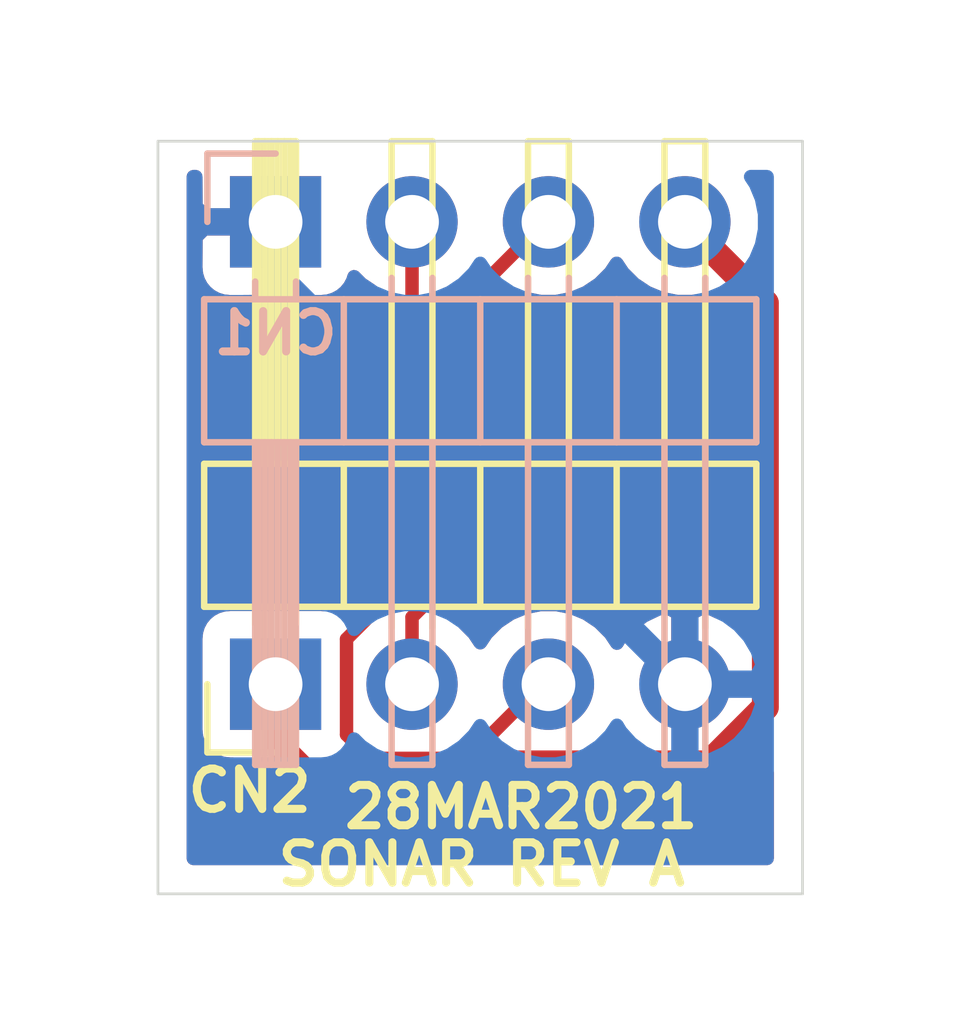
<source format=kicad_pcb>
(kicad_pcb (version 20171130) (host pcbnew 5.1.9-73d0e3b20d~88~ubuntu20.04.1)

  (general
    (thickness 1.6)
    (drawings 6)
    (tracks 24)
    (zones 0)
    (modules 2)
    (nets 5)
  )

  (page A4)
  (layers
    (0 F.Cu signal)
    (31 B.Cu signal)
    (32 B.Adhes user)
    (33 F.Adhes user)
    (34 B.Paste user)
    (35 F.Paste user)
    (36 B.SilkS user)
    (37 F.SilkS user)
    (38 B.Mask user)
    (39 F.Mask user)
    (40 Dwgs.User user)
    (41 Cmts.User user)
    (42 Eco1.User user)
    (43 Eco2.User user)
    (44 Edge.Cuts user)
    (45 Margin user)
    (46 B.CrtYd user)
    (47 F.CrtYd user)
    (48 B.Fab user hide)
    (49 F.Fab user hide)
  )

  (setup
    (last_trace_width 0.5)
    (user_trace_width 0.5)
    (trace_clearance 0.2)
    (zone_clearance 0.508)
    (zone_45_only no)
    (trace_min 0.2)
    (via_size 0.8)
    (via_drill 0.4)
    (via_min_size 0.4)
    (via_min_drill 0.3)
    (uvia_size 0.3)
    (uvia_drill 0.1)
    (uvias_allowed no)
    (uvia_min_size 0.2)
    (uvia_min_drill 0.1)
    (edge_width 0.05)
    (segment_width 0.2)
    (pcb_text_width 0.3)
    (pcb_text_size 1.5 1.5)
    (mod_edge_width 0.12)
    (mod_text_size 1 1)
    (mod_text_width 0.15)
    (pad_size 1.524 1.524)
    (pad_drill 0.762)
    (pad_to_mask_clearance 0)
    (aux_axis_origin 0 0)
    (visible_elements FFFFFF7F)
    (pcbplotparams
      (layerselection 0x010fc_ffffffff)
      (usegerberextensions false)
      (usegerberattributes true)
      (usegerberadvancedattributes true)
      (creategerberjobfile true)
      (excludeedgelayer true)
      (linewidth 0.100000)
      (plotframeref false)
      (viasonmask false)
      (mode 1)
      (useauxorigin false)
      (hpglpennumber 1)
      (hpglpenspeed 20)
      (hpglpendiameter 15.000000)
      (psnegative false)
      (psa4output false)
      (plotreference true)
      (plotvalue true)
      (plotinvisibletext false)
      (padsonsilk false)
      (subtractmaskfromsilk false)
      (outputformat 1)
      (mirror false)
      (drillshape 1)
      (scaleselection 1)
      (outputdirectory ""))
  )

  (net 0 "")
  (net 1 /VCC)
  (net 2 /TRIG)
  (net 3 /ECHO)
  (net 4 /GND)

  (net_class Default "This is the default net class."
    (clearance 0.2)
    (trace_width 0.25)
    (via_dia 0.8)
    (via_drill 0.4)
    (uvia_dia 0.3)
    (uvia_drill 0.1)
    (add_net /ECHO)
    (add_net /GND)
    (add_net /TRIG)
    (add_net /VCC)
  )

  (module Connector_PinHeader_2.54mm:PinHeader_1x04_P2.54mm_Horizontal (layer F.Cu) (tedit 59FED5CB) (tstamp 606147A4)
    (at 96.19 103.1 90)
    (descr "Through hole angled pin header, 1x04, 2.54mm pitch, 6mm pin length, single row")
    (tags "Through hole angled pin header THT 1x04 2.54mm single row")
    (path /604D37B7)
    (fp_text reference CN2 (at -1.9798 -0.4828) (layer F.SilkS)
      (effects (font (size 0.75 0.75) (thickness 0.15)))
    )
    (fp_text value SONAR;F1x4RA (at 4.385 9.89 270) (layer F.Fab)
      (effects (font (size 1 1) (thickness 0.15)))
    )
    (fp_line (start 2.135 -1.27) (end 4.04 -1.27) (layer F.Fab) (width 0.1))
    (fp_line (start 4.04 -1.27) (end 4.04 8.89) (layer F.Fab) (width 0.1))
    (fp_line (start 4.04 8.89) (end 1.5 8.89) (layer F.Fab) (width 0.1))
    (fp_line (start 1.5 8.89) (end 1.5 -0.635) (layer F.Fab) (width 0.1))
    (fp_line (start 1.5 -0.635) (end 2.135 -1.27) (layer F.Fab) (width 0.1))
    (fp_line (start -0.32 -0.32) (end 1.5 -0.32) (layer F.Fab) (width 0.1))
    (fp_line (start -0.32 -0.32) (end -0.32 0.32) (layer F.Fab) (width 0.1))
    (fp_line (start -0.32 0.32) (end 1.5 0.32) (layer F.Fab) (width 0.1))
    (fp_line (start 4.04 -0.32) (end 10.04 -0.32) (layer F.Fab) (width 0.1))
    (fp_line (start 10.04 -0.32) (end 10.04 0.32) (layer F.Fab) (width 0.1))
    (fp_line (start 4.04 0.32) (end 10.04 0.32) (layer F.Fab) (width 0.1))
    (fp_line (start -0.32 2.22) (end 1.5 2.22) (layer F.Fab) (width 0.1))
    (fp_line (start -0.32 2.22) (end -0.32 2.86) (layer F.Fab) (width 0.1))
    (fp_line (start -0.32 2.86) (end 1.5 2.86) (layer F.Fab) (width 0.1))
    (fp_line (start 4.04 2.22) (end 10.04 2.22) (layer F.Fab) (width 0.1))
    (fp_line (start 10.04 2.22) (end 10.04 2.86) (layer F.Fab) (width 0.1))
    (fp_line (start 4.04 2.86) (end 10.04 2.86) (layer F.Fab) (width 0.1))
    (fp_line (start -0.32 4.76) (end 1.5 4.76) (layer F.Fab) (width 0.1))
    (fp_line (start -0.32 4.76) (end -0.32 5.4) (layer F.Fab) (width 0.1))
    (fp_line (start -0.32 5.4) (end 1.5 5.4) (layer F.Fab) (width 0.1))
    (fp_line (start 4.04 4.76) (end 10.04 4.76) (layer F.Fab) (width 0.1))
    (fp_line (start 10.04 4.76) (end 10.04 5.4) (layer F.Fab) (width 0.1))
    (fp_line (start 4.04 5.4) (end 10.04 5.4) (layer F.Fab) (width 0.1))
    (fp_line (start -0.32 7.3) (end 1.5 7.3) (layer F.Fab) (width 0.1))
    (fp_line (start -0.32 7.3) (end -0.32 7.94) (layer F.Fab) (width 0.1))
    (fp_line (start -0.32 7.94) (end 1.5 7.94) (layer F.Fab) (width 0.1))
    (fp_line (start 4.04 7.3) (end 10.04 7.3) (layer F.Fab) (width 0.1))
    (fp_line (start 10.04 7.3) (end 10.04 7.94) (layer F.Fab) (width 0.1))
    (fp_line (start 4.04 7.94) (end 10.04 7.94) (layer F.Fab) (width 0.1))
    (fp_line (start 1.44 -1.33) (end 1.44 8.95) (layer F.SilkS) (width 0.12))
    (fp_line (start 1.44 8.95) (end 4.1 8.95) (layer F.SilkS) (width 0.12))
    (fp_line (start 4.1 8.95) (end 4.1 -1.33) (layer F.SilkS) (width 0.12))
    (fp_line (start 4.1 -1.33) (end 1.44 -1.33) (layer F.SilkS) (width 0.12))
    (fp_line (start 4.1 -0.38) (end 10.1 -0.38) (layer F.SilkS) (width 0.12))
    (fp_line (start 10.1 -0.38) (end 10.1 0.38) (layer F.SilkS) (width 0.12))
    (fp_line (start 10.1 0.38) (end 4.1 0.38) (layer F.SilkS) (width 0.12))
    (fp_line (start 4.1 -0.32) (end 10.1 -0.32) (layer F.SilkS) (width 0.12))
    (fp_line (start 4.1 -0.2) (end 10.1 -0.2) (layer F.SilkS) (width 0.12))
    (fp_line (start 4.1 -0.08) (end 10.1 -0.08) (layer F.SilkS) (width 0.12))
    (fp_line (start 4.1 0.04) (end 10.1 0.04) (layer F.SilkS) (width 0.12))
    (fp_line (start 4.1 0.16) (end 10.1 0.16) (layer F.SilkS) (width 0.12))
    (fp_line (start 4.1 0.28) (end 10.1 0.28) (layer F.SilkS) (width 0.12))
    (fp_line (start 1.11 -0.38) (end 1.44 -0.38) (layer F.SilkS) (width 0.12))
    (fp_line (start 1.11 0.38) (end 1.44 0.38) (layer F.SilkS) (width 0.12))
    (fp_line (start 1.44 1.27) (end 4.1 1.27) (layer F.SilkS) (width 0.12))
    (fp_line (start 4.1 2.16) (end 10.1 2.16) (layer F.SilkS) (width 0.12))
    (fp_line (start 10.1 2.16) (end 10.1 2.92) (layer F.SilkS) (width 0.12))
    (fp_line (start 10.1 2.92) (end 4.1 2.92) (layer F.SilkS) (width 0.12))
    (fp_line (start 1.042929 2.16) (end 1.44 2.16) (layer F.SilkS) (width 0.12))
    (fp_line (start 1.042929 2.92) (end 1.44 2.92) (layer F.SilkS) (width 0.12))
    (fp_line (start 1.44 3.81) (end 4.1 3.81) (layer F.SilkS) (width 0.12))
    (fp_line (start 4.1 4.7) (end 10.1 4.7) (layer F.SilkS) (width 0.12))
    (fp_line (start 10.1 4.7) (end 10.1 5.46) (layer F.SilkS) (width 0.12))
    (fp_line (start 10.1 5.46) (end 4.1 5.46) (layer F.SilkS) (width 0.12))
    (fp_line (start 1.042929 4.7) (end 1.44 4.7) (layer F.SilkS) (width 0.12))
    (fp_line (start 1.042929 5.46) (end 1.44 5.46) (layer F.SilkS) (width 0.12))
    (fp_line (start 1.44 6.35) (end 4.1 6.35) (layer F.SilkS) (width 0.12))
    (fp_line (start 4.1 7.24) (end 10.1 7.24) (layer F.SilkS) (width 0.12))
    (fp_line (start 10.1 7.24) (end 10.1 8) (layer F.SilkS) (width 0.12))
    (fp_line (start 10.1 8) (end 4.1 8) (layer F.SilkS) (width 0.12))
    (fp_line (start 1.042929 7.24) (end 1.44 7.24) (layer F.SilkS) (width 0.12))
    (fp_line (start 1.042929 8) (end 1.44 8) (layer F.SilkS) (width 0.12))
    (fp_line (start -1.27 0) (end -1.27 -1.27) (layer F.SilkS) (width 0.12))
    (fp_line (start -1.27 -1.27) (end 0 -1.27) (layer F.SilkS) (width 0.12))
    (fp_line (start -1.8 -1.8) (end -1.8 9.4) (layer F.CrtYd) (width 0.05))
    (fp_line (start -1.8 9.4) (end 10.55 9.4) (layer F.CrtYd) (width 0.05))
    (fp_line (start 10.55 9.4) (end 10.55 -1.8) (layer F.CrtYd) (width 0.05))
    (fp_line (start 10.55 -1.8) (end -1.8 -1.8) (layer F.CrtYd) (width 0.05))
    (fp_text user %R (at 2.77 3.81 180) (layer F.Fab)
      (effects (font (size 1 1) (thickness 0.15)))
    )
    (pad 4 thru_hole oval (at 0 7.62 90) (size 1.7 1.7) (drill 1) (layers *.Cu *.Mask)
      (net 4 /GND))
    (pad 3 thru_hole oval (at 0 5.08 90) (size 1.7 1.7) (drill 1) (layers *.Cu *.Mask)
      (net 3 /ECHO))
    (pad 2 thru_hole oval (at 0 2.54 90) (size 1.7 1.7) (drill 1) (layers *.Cu *.Mask)
      (net 2 /TRIG))
    (pad 1 thru_hole rect (at 0 0 90) (size 1.7 1.7) (drill 1) (layers *.Cu *.Mask)
      (net 1 /VCC))
    (model ${KISYS3DMOD}/Connector_PinHeader_2.54mm.3dshapes/PinHeader_1x04_P2.54mm_Horizontal.wrl
      (at (xyz 0 0 0))
      (scale (xyz 1 1 1))
      (rotate (xyz 0 0 0))
    )
  )

  (module Connector_PinHeader_2.54mm:PinHeader_1x04_P2.54mm_Horizontal (layer B.Cu) (tedit 59FED5CB) (tstamp 604D3B49)
    (at 96.19 94.5 270)
    (descr "Through hole angled pin header, 1x04, 2.54mm pitch, 6mm pin length, single row")
    (tags "Through hole angled pin header THT 1x04 2.54mm single row")
    (path /604D3250)
    (fp_text reference CN1 (at 2.0708 0.0002 180) (layer B.SilkS)
      (effects (font (size 0.75 0.75) (thickness 0.15)) (justify mirror))
    )
    (fp_text value SONAR;M1x4RA (at 4.385 -9.89 90) (layer B.Fab)
      (effects (font (size 1 1) (thickness 0.15)) (justify mirror))
    )
    (fp_line (start 2.135 1.27) (end 4.04 1.27) (layer B.Fab) (width 0.1))
    (fp_line (start 4.04 1.27) (end 4.04 -8.89) (layer B.Fab) (width 0.1))
    (fp_line (start 4.04 -8.89) (end 1.5 -8.89) (layer B.Fab) (width 0.1))
    (fp_line (start 1.5 -8.89) (end 1.5 0.635) (layer B.Fab) (width 0.1))
    (fp_line (start 1.5 0.635) (end 2.135 1.27) (layer B.Fab) (width 0.1))
    (fp_line (start -0.32 0.32) (end 1.5 0.32) (layer B.Fab) (width 0.1))
    (fp_line (start -0.32 0.32) (end -0.32 -0.32) (layer B.Fab) (width 0.1))
    (fp_line (start -0.32 -0.32) (end 1.5 -0.32) (layer B.Fab) (width 0.1))
    (fp_line (start 4.04 0.32) (end 10.04 0.32) (layer B.Fab) (width 0.1))
    (fp_line (start 10.04 0.32) (end 10.04 -0.32) (layer B.Fab) (width 0.1))
    (fp_line (start 4.04 -0.32) (end 10.04 -0.32) (layer B.Fab) (width 0.1))
    (fp_line (start -0.32 -2.22) (end 1.5 -2.22) (layer B.Fab) (width 0.1))
    (fp_line (start -0.32 -2.22) (end -0.32 -2.86) (layer B.Fab) (width 0.1))
    (fp_line (start -0.32 -2.86) (end 1.5 -2.86) (layer B.Fab) (width 0.1))
    (fp_line (start 4.04 -2.22) (end 10.04 -2.22) (layer B.Fab) (width 0.1))
    (fp_line (start 10.04 -2.22) (end 10.04 -2.86) (layer B.Fab) (width 0.1))
    (fp_line (start 4.04 -2.86) (end 10.04 -2.86) (layer B.Fab) (width 0.1))
    (fp_line (start -0.32 -4.76) (end 1.5 -4.76) (layer B.Fab) (width 0.1))
    (fp_line (start -0.32 -4.76) (end -0.32 -5.4) (layer B.Fab) (width 0.1))
    (fp_line (start -0.32 -5.4) (end 1.5 -5.4) (layer B.Fab) (width 0.1))
    (fp_line (start 4.04 -4.76) (end 10.04 -4.76) (layer B.Fab) (width 0.1))
    (fp_line (start 10.04 -4.76) (end 10.04 -5.4) (layer B.Fab) (width 0.1))
    (fp_line (start 4.04 -5.4) (end 10.04 -5.4) (layer B.Fab) (width 0.1))
    (fp_line (start -0.32 -7.3) (end 1.5 -7.3) (layer B.Fab) (width 0.1))
    (fp_line (start -0.32 -7.3) (end -0.32 -7.94) (layer B.Fab) (width 0.1))
    (fp_line (start -0.32 -7.94) (end 1.5 -7.94) (layer B.Fab) (width 0.1))
    (fp_line (start 4.04 -7.3) (end 10.04 -7.3) (layer B.Fab) (width 0.1))
    (fp_line (start 10.04 -7.3) (end 10.04 -7.94) (layer B.Fab) (width 0.1))
    (fp_line (start 4.04 -7.94) (end 10.04 -7.94) (layer B.Fab) (width 0.1))
    (fp_line (start 1.44 1.33) (end 1.44 -8.95) (layer B.SilkS) (width 0.12))
    (fp_line (start 1.44 -8.95) (end 4.1 -8.95) (layer B.SilkS) (width 0.12))
    (fp_line (start 4.1 -8.95) (end 4.1 1.33) (layer B.SilkS) (width 0.12))
    (fp_line (start 4.1 1.33) (end 1.44 1.33) (layer B.SilkS) (width 0.12))
    (fp_line (start 4.1 0.38) (end 10.1 0.38) (layer B.SilkS) (width 0.12))
    (fp_line (start 10.1 0.38) (end 10.1 -0.38) (layer B.SilkS) (width 0.12))
    (fp_line (start 10.1 -0.38) (end 4.1 -0.38) (layer B.SilkS) (width 0.12))
    (fp_line (start 4.1 0.32) (end 10.1 0.32) (layer B.SilkS) (width 0.12))
    (fp_line (start 4.1 0.2) (end 10.1 0.2) (layer B.SilkS) (width 0.12))
    (fp_line (start 4.1 0.08) (end 10.1 0.08) (layer B.SilkS) (width 0.12))
    (fp_line (start 4.1 -0.04) (end 10.1 -0.04) (layer B.SilkS) (width 0.12))
    (fp_line (start 4.1 -0.16) (end 10.1 -0.16) (layer B.SilkS) (width 0.12))
    (fp_line (start 4.1 -0.28) (end 10.1 -0.28) (layer B.SilkS) (width 0.12))
    (fp_line (start 1.11 0.38) (end 1.44 0.38) (layer B.SilkS) (width 0.12))
    (fp_line (start 1.11 -0.38) (end 1.44 -0.38) (layer B.SilkS) (width 0.12))
    (fp_line (start 1.44 -1.27) (end 4.1 -1.27) (layer B.SilkS) (width 0.12))
    (fp_line (start 4.1 -2.16) (end 10.1 -2.16) (layer B.SilkS) (width 0.12))
    (fp_line (start 10.1 -2.16) (end 10.1 -2.92) (layer B.SilkS) (width 0.12))
    (fp_line (start 10.1 -2.92) (end 4.1 -2.92) (layer B.SilkS) (width 0.12))
    (fp_line (start 1.042929 -2.16) (end 1.44 -2.16) (layer B.SilkS) (width 0.12))
    (fp_line (start 1.042929 -2.92) (end 1.44 -2.92) (layer B.SilkS) (width 0.12))
    (fp_line (start 1.44 -3.81) (end 4.1 -3.81) (layer B.SilkS) (width 0.12))
    (fp_line (start 4.1 -4.7) (end 10.1 -4.7) (layer B.SilkS) (width 0.12))
    (fp_line (start 10.1 -4.7) (end 10.1 -5.46) (layer B.SilkS) (width 0.12))
    (fp_line (start 10.1 -5.46) (end 4.1 -5.46) (layer B.SilkS) (width 0.12))
    (fp_line (start 1.042929 -4.7) (end 1.44 -4.7) (layer B.SilkS) (width 0.12))
    (fp_line (start 1.042929 -5.46) (end 1.44 -5.46) (layer B.SilkS) (width 0.12))
    (fp_line (start 1.44 -6.35) (end 4.1 -6.35) (layer B.SilkS) (width 0.12))
    (fp_line (start 4.1 -7.24) (end 10.1 -7.24) (layer B.SilkS) (width 0.12))
    (fp_line (start 10.1 -7.24) (end 10.1 -8) (layer B.SilkS) (width 0.12))
    (fp_line (start 10.1 -8) (end 4.1 -8) (layer B.SilkS) (width 0.12))
    (fp_line (start 1.042929 -7.24) (end 1.44 -7.24) (layer B.SilkS) (width 0.12))
    (fp_line (start 1.042929 -8) (end 1.44 -8) (layer B.SilkS) (width 0.12))
    (fp_line (start -1.27 0) (end -1.27 1.27) (layer B.SilkS) (width 0.12))
    (fp_line (start -1.27 1.27) (end 0 1.27) (layer B.SilkS) (width 0.12))
    (fp_line (start -1.8 1.8) (end -1.8 -9.4) (layer B.CrtYd) (width 0.05))
    (fp_line (start -1.8 -9.4) (end 10.55 -9.4) (layer B.CrtYd) (width 0.05))
    (fp_line (start 10.55 -9.4) (end 10.55 1.8) (layer B.CrtYd) (width 0.05))
    (fp_line (start 10.55 1.8) (end -1.8 1.8) (layer B.CrtYd) (width 0.05))
    (fp_text user %R (at 2.77 -3.81 180) (layer B.Fab)
      (effects (font (size 1 1) (thickness 0.15)) (justify mirror))
    )
    (pad 4 thru_hole oval (at 0 -7.62 270) (size 1.7 1.7) (drill 1) (layers *.Cu *.Mask)
      (net 1 /VCC))
    (pad 3 thru_hole oval (at 0 -5.08 270) (size 1.7 1.7) (drill 1) (layers *.Cu *.Mask)
      (net 2 /TRIG))
    (pad 2 thru_hole oval (at 0 -2.54 270) (size 1.7 1.7) (drill 1) (layers *.Cu *.Mask)
      (net 3 /ECHO))
    (pad 1 thru_hole rect (at 0 0 270) (size 1.7 1.7) (drill 1) (layers *.Cu *.Mask)
      (net 4 /GND))
    (model ${KISYS3DMOD}/Connector_PinHeader_2.54mm.3dshapes/PinHeader_1x04_P2.54mm_Horizontal.wrl
      (at (xyz 0 0 0))
      (scale (xyz 1 1 1))
      (rotate (xyz 0 0 0))
    )
  )

  (gr_line (start 94 93) (end 106 93) (layer Edge.Cuts) (width 0.05) (tstamp 60613B87))
  (gr_line (start 106 107) (end 106 93) (layer Edge.Cuts) (width 0.05))
  (gr_line (start 94 107) (end 106 107) (layer Edge.Cuts) (width 0.05))
  (gr_line (start 94 93) (end 94 107) (layer Edge.Cuts) (width 0.05))
  (gr_text 28MAR2021 (at 100.7618 105.3846) (layer F.SilkS)
    (effects (font (size 0.75 0.75) (thickness 0.15)))
  )
  (gr_text "SONAR REV A" (at 100.0252 106.4514) (layer F.SilkS)
    (effects (font (size 0.75 0.75) (thickness 0.15)))
  )

  (segment (start 96.19 104.191) (end 96.19 103.1) (width 0.5) (layer F.Cu) (net 1))
  (segment (start 97.0534 105.0544) (end 96.19 104.191) (width 0.5) (layer F.Cu) (net 1))
  (segment (start 99.9998 105.0544) (end 97.0534 105.0544) (width 0.5) (layer F.Cu) (net 1))
  (segment (start 100.472099 104.582101) (end 99.9998 105.0544) (width 0.5) (layer F.Cu) (net 1))
  (segment (start 104.251901 104.582101) (end 100.472099 104.582101) (width 0.5) (layer F.Cu) (net 1))
  (segment (start 105.3084 103.525602) (end 104.251901 104.582101) (width 0.5) (layer F.Cu) (net 1))
  (segment (start 105.3084 96.012) (end 105.3084 103.525602) (width 0.5) (layer F.Cu) (net 1))
  (segment (start 103.81 94.5136) (end 105.3084 96.012) (width 0.5) (layer F.Cu) (net 1))
  (segment (start 103.81 94.5) (end 103.81 94.5136) (width 0.5) (layer F.Cu) (net 1))
  (segment (start 101.207 94.5) (end 101.27 94.5) (width 0.25) (layer F.Cu) (net 2))
  (segment (start 99.2378 96.4692) (end 101.207 94.5) (width 0.25) (layer F.Cu) (net 2))
  (segment (start 99.2378 101.346) (end 99.2378 96.4692) (width 0.25) (layer F.Cu) (net 2))
  (segment (start 98.73 101.8538) (end 99.2378 101.346) (width 0.25) (layer F.Cu) (net 2))
  (segment (start 98.73 103.1) (end 98.73 101.8538) (width 0.25) (layer F.Cu) (net 2))
  (segment (start 99.761623 104.479389) (end 101.141012 103.1) (width 0.25) (layer F.Cu) (net 3))
  (segment (start 97.951589 104.479389) (end 99.761623 104.479389) (width 0.25) (layer F.Cu) (net 3))
  (segment (start 97.5106 102.2604) (end 97.5106 104.0384) (width 0.25) (layer F.Cu) (net 3))
  (segment (start 101.141012 103.1) (end 101.27 103.1) (width 0.25) (layer F.Cu) (net 3))
  (segment (start 98.73 101.041) (end 97.5106 102.2604) (width 0.25) (layer F.Cu) (net 3))
  (segment (start 97.5106 104.0384) (end 97.951589 104.479389) (width 0.25) (layer F.Cu) (net 3))
  (segment (start 98.73 94.5) (end 98.73 101.041) (width 0.25) (layer F.Cu) (net 3))
  (segment (start 96.19 94.5) (end 96.19 94.4878) (width 0.5) (layer B.Cu) (net 4))
  (segment (start 96.19 95.48) (end 103.81 103.1) (width 0.5) (layer B.Cu) (net 4))
  (segment (start 96.19 94.5) (end 96.19 95.48) (width 0.5) (layer B.Cu) (net 4))

  (zone (net 4) (net_name /GND) (layer F.Cu) (tstamp 0) (hatch edge 0.508)
    (connect_pads (clearance 0.508))
    (min_thickness 0.254)
    (fill yes (arc_segments 32) (thermal_gap 0.508) (thermal_bridge_width 0.508))
    (polygon
      (pts
        (xy 107.569 108.1532) (xy 92.329 108.1532) (xy 92.329 91.6432) (xy 107.5944 91.6432)
      )
    )
    (filled_polygon
      (pts
        (xy 94.705 94.21425) (xy 94.86375 94.373) (xy 96.063 94.373) (xy 96.063 94.353) (xy 96.317 94.353)
        (xy 96.317 94.373) (xy 96.337 94.373) (xy 96.337 94.627) (xy 96.317 94.627) (xy 96.317 95.82625)
        (xy 96.47575 95.985) (xy 97.04 95.988072) (xy 97.164482 95.975812) (xy 97.28418 95.939502) (xy 97.394494 95.880537)
        (xy 97.491185 95.801185) (xy 97.570537 95.704494) (xy 97.629502 95.59418) (xy 97.651513 95.52162) (xy 97.783368 95.653475)
        (xy 97.97 95.778179) (xy 97.970001 100.726197) (xy 97.080302 101.615897) (xy 97.04 101.611928) (xy 95.34 101.611928)
        (xy 95.215518 101.624188) (xy 95.09582 101.660498) (xy 94.985506 101.719463) (xy 94.888815 101.798815) (xy 94.809463 101.895506)
        (xy 94.750498 102.00582) (xy 94.714188 102.125518) (xy 94.701928 102.25) (xy 94.701928 103.95) (xy 94.714188 104.074482)
        (xy 94.750498 104.19418) (xy 94.809463 104.304494) (xy 94.888815 104.401185) (xy 94.985506 104.480537) (xy 95.09582 104.539502)
        (xy 95.215518 104.575812) (xy 95.34 104.588072) (xy 95.39875 104.588072) (xy 95.450589 104.685058) (xy 95.561183 104.819817)
        (xy 95.594956 104.847534) (xy 96.39687 105.649449) (xy 96.424583 105.683217) (xy 96.458351 105.71093) (xy 96.458353 105.710932)
        (xy 96.529852 105.76961) (xy 96.559341 105.793811) (xy 96.713087 105.875989) (xy 96.829303 105.911243) (xy 96.879909 105.926595)
        (xy 96.894706 105.928052) (xy 97.009923 105.9394) (xy 97.009931 105.9394) (xy 97.0534 105.943681) (xy 97.096869 105.9394)
        (xy 99.956331 105.9394) (xy 99.9998 105.943681) (xy 100.043269 105.9394) (xy 100.043277 105.9394) (xy 100.17329 105.926595)
        (xy 100.340113 105.875989) (xy 100.493859 105.793811) (xy 100.628617 105.683217) (xy 100.656334 105.649444) (xy 100.838677 105.467101)
        (xy 104.208432 105.467101) (xy 104.251901 105.471382) (xy 104.29537 105.467101) (xy 104.295378 105.467101) (xy 104.425391 105.454296)
        (xy 104.592214 105.40369) (xy 104.74596 105.321512) (xy 104.880718 105.210918) (xy 104.908435 105.177145) (xy 105.34 104.74558)
        (xy 105.34 106.34) (xy 94.66 106.34) (xy 94.66 95.35) (xy 94.701928 95.35) (xy 94.714188 95.474482)
        (xy 94.750498 95.59418) (xy 94.809463 95.704494) (xy 94.888815 95.801185) (xy 94.985506 95.880537) (xy 95.09582 95.939502)
        (xy 95.215518 95.975812) (xy 95.34 95.988072) (xy 95.90425 95.985) (xy 96.063 95.82625) (xy 96.063 94.627)
        (xy 94.86375 94.627) (xy 94.705 94.78575) (xy 94.701928 95.35) (xy 94.66 95.35) (xy 94.66 93.66)
        (xy 94.701982 93.66)
      )
    )
    (filled_polygon
      (pts
        (xy 102.656525 95.446632) (xy 102.863368 95.653475) (xy 103.106589 95.81599) (xy 103.376842 95.927932) (xy 103.66374 95.985)
        (xy 103.95626 95.985) (xy 104.017617 95.972795) (xy 104.4234 96.378579) (xy 104.423401 101.755236) (xy 104.314099 101.703175)
        (xy 104.16689 101.658524) (xy 103.937 101.779845) (xy 103.937 102.973) (xy 103.957 102.973) (xy 103.957 103.227)
        (xy 103.937 103.227) (xy 103.937 103.247) (xy 103.683 103.247) (xy 103.683 103.227) (xy 103.663 103.227)
        (xy 103.663 102.973) (xy 103.683 102.973) (xy 103.683 101.779845) (xy 103.45311 101.658524) (xy 103.305901 101.703175)
        (xy 103.04308 101.828359) (xy 102.809731 102.002412) (xy 102.614822 102.218645) (xy 102.545195 102.335534) (xy 102.423475 102.153368)
        (xy 102.216632 101.946525) (xy 101.973411 101.78401) (xy 101.703158 101.672068) (xy 101.41626 101.615) (xy 101.12374 101.615)
        (xy 100.836842 101.672068) (xy 100.566589 101.78401) (xy 100.323368 101.946525) (xy 100.116525 102.153368) (xy 100 102.32776)
        (xy 99.883475 102.153368) (xy 99.694354 101.964247) (xy 99.748798 101.909803) (xy 99.777801 101.886001) (xy 99.872774 101.770276)
        (xy 99.943346 101.638247) (xy 99.986803 101.494986) (xy 99.9978 101.383333) (xy 99.9978 101.383325) (xy 100.001476 101.346)
        (xy 99.9978 101.308675) (xy 99.9978 96.784001) (xy 100.851044 95.930757) (xy 101.12374 95.985) (xy 101.41626 95.985)
        (xy 101.703158 95.927932) (xy 101.973411 95.81599) (xy 102.216632 95.653475) (xy 102.423475 95.446632) (xy 102.54 95.27224)
      )
    )
  )
  (zone (net 4) (net_name /GND) (layer B.Cu) (tstamp 0) (hatch edge 0.508)
    (connect_pads (clearance 0.508))
    (min_thickness 0.254)
    (fill yes (arc_segments 32) (thermal_gap 0.508) (thermal_bridge_width 0.508))
    (polygon
      (pts
        (xy 108.839 109.4232) (xy 91.059 109.4232) (xy 91.059 90.3732) (xy 108.839 90.3732)
      )
    )
    (filled_polygon
      (pts
        (xy 94.705 94.21425) (xy 94.86375 94.373) (xy 96.063 94.373) (xy 96.063 94.353) (xy 96.317 94.353)
        (xy 96.317 94.373) (xy 96.337 94.373) (xy 96.337 94.627) (xy 96.317 94.627) (xy 96.317 95.82625)
        (xy 96.47575 95.985) (xy 97.04 95.988072) (xy 97.164482 95.975812) (xy 97.28418 95.939502) (xy 97.394494 95.880537)
        (xy 97.491185 95.801185) (xy 97.570537 95.704494) (xy 97.629502 95.59418) (xy 97.651513 95.52162) (xy 97.783368 95.653475)
        (xy 98.026589 95.81599) (xy 98.296842 95.927932) (xy 98.58374 95.985) (xy 98.87626 95.985) (xy 99.163158 95.927932)
        (xy 99.433411 95.81599) (xy 99.676632 95.653475) (xy 99.883475 95.446632) (xy 100 95.27224) (xy 100.116525 95.446632)
        (xy 100.323368 95.653475) (xy 100.566589 95.81599) (xy 100.836842 95.927932) (xy 101.12374 95.985) (xy 101.41626 95.985)
        (xy 101.703158 95.927932) (xy 101.973411 95.81599) (xy 102.216632 95.653475) (xy 102.423475 95.446632) (xy 102.54 95.27224)
        (xy 102.656525 95.446632) (xy 102.863368 95.653475) (xy 103.106589 95.81599) (xy 103.376842 95.927932) (xy 103.66374 95.985)
        (xy 103.95626 95.985) (xy 104.243158 95.927932) (xy 104.513411 95.81599) (xy 104.756632 95.653475) (xy 104.963475 95.446632)
        (xy 105.12599 95.203411) (xy 105.237932 94.933158) (xy 105.295 94.64626) (xy 105.295 94.35374) (xy 105.237932 94.066842)
        (xy 105.12599 93.796589) (xy 105.034724 93.66) (xy 105.340001 93.66) (xy 105.34 106.34) (xy 94.66 106.34)
        (xy 94.66 102.25) (xy 94.701928 102.25) (xy 94.701928 103.95) (xy 94.714188 104.074482) (xy 94.750498 104.19418)
        (xy 94.809463 104.304494) (xy 94.888815 104.401185) (xy 94.985506 104.480537) (xy 95.09582 104.539502) (xy 95.215518 104.575812)
        (xy 95.34 104.588072) (xy 97.04 104.588072) (xy 97.164482 104.575812) (xy 97.28418 104.539502) (xy 97.394494 104.480537)
        (xy 97.491185 104.401185) (xy 97.570537 104.304494) (xy 97.629502 104.19418) (xy 97.651513 104.12162) (xy 97.783368 104.253475)
        (xy 98.026589 104.41599) (xy 98.296842 104.527932) (xy 98.58374 104.585) (xy 98.87626 104.585) (xy 99.163158 104.527932)
        (xy 99.433411 104.41599) (xy 99.676632 104.253475) (xy 99.883475 104.046632) (xy 100 103.87224) (xy 100.116525 104.046632)
        (xy 100.323368 104.253475) (xy 100.566589 104.41599) (xy 100.836842 104.527932) (xy 101.12374 104.585) (xy 101.41626 104.585)
        (xy 101.703158 104.527932) (xy 101.973411 104.41599) (xy 102.216632 104.253475) (xy 102.423475 104.046632) (xy 102.545195 103.864466)
        (xy 102.614822 103.981355) (xy 102.809731 104.197588) (xy 103.04308 104.371641) (xy 103.305901 104.496825) (xy 103.45311 104.541476)
        (xy 103.683 104.420155) (xy 103.683 103.227) (xy 103.937 103.227) (xy 103.937 104.420155) (xy 104.16689 104.541476)
        (xy 104.314099 104.496825) (xy 104.57692 104.371641) (xy 104.810269 104.197588) (xy 105.005178 103.981355) (xy 105.154157 103.731252)
        (xy 105.251481 103.456891) (xy 105.130814 103.227) (xy 103.937 103.227) (xy 103.683 103.227) (xy 103.663 103.227)
        (xy 103.663 102.973) (xy 103.683 102.973) (xy 103.683 101.779845) (xy 103.937 101.779845) (xy 103.937 102.973)
        (xy 105.130814 102.973) (xy 105.251481 102.743109) (xy 105.154157 102.468748) (xy 105.005178 102.218645) (xy 104.810269 102.002412)
        (xy 104.57692 101.828359) (xy 104.314099 101.703175) (xy 104.16689 101.658524) (xy 103.937 101.779845) (xy 103.683 101.779845)
        (xy 103.45311 101.658524) (xy 103.305901 101.703175) (xy 103.04308 101.828359) (xy 102.809731 102.002412) (xy 102.614822 102.218645)
        (xy 102.545195 102.335534) (xy 102.423475 102.153368) (xy 102.216632 101.946525) (xy 101.973411 101.78401) (xy 101.703158 101.672068)
        (xy 101.41626 101.615) (xy 101.12374 101.615) (xy 100.836842 101.672068) (xy 100.566589 101.78401) (xy 100.323368 101.946525)
        (xy 100.116525 102.153368) (xy 100 102.32776) (xy 99.883475 102.153368) (xy 99.676632 101.946525) (xy 99.433411 101.78401)
        (xy 99.163158 101.672068) (xy 98.87626 101.615) (xy 98.58374 101.615) (xy 98.296842 101.672068) (xy 98.026589 101.78401)
        (xy 97.783368 101.946525) (xy 97.651513 102.07838) (xy 97.629502 102.00582) (xy 97.570537 101.895506) (xy 97.491185 101.798815)
        (xy 97.394494 101.719463) (xy 97.28418 101.660498) (xy 97.164482 101.624188) (xy 97.04 101.611928) (xy 95.34 101.611928)
        (xy 95.215518 101.624188) (xy 95.09582 101.660498) (xy 94.985506 101.719463) (xy 94.888815 101.798815) (xy 94.809463 101.895506)
        (xy 94.750498 102.00582) (xy 94.714188 102.125518) (xy 94.701928 102.25) (xy 94.66 102.25) (xy 94.66 95.35)
        (xy 94.701928 95.35) (xy 94.714188 95.474482) (xy 94.750498 95.59418) (xy 94.809463 95.704494) (xy 94.888815 95.801185)
        (xy 94.985506 95.880537) (xy 95.09582 95.939502) (xy 95.215518 95.975812) (xy 95.34 95.988072) (xy 95.90425 95.985)
        (xy 96.063 95.82625) (xy 96.063 94.627) (xy 94.86375 94.627) (xy 94.705 94.78575) (xy 94.701928 95.35)
        (xy 94.66 95.35) (xy 94.66 93.66) (xy 94.701982 93.66)
      )
    )
  )
)

</source>
